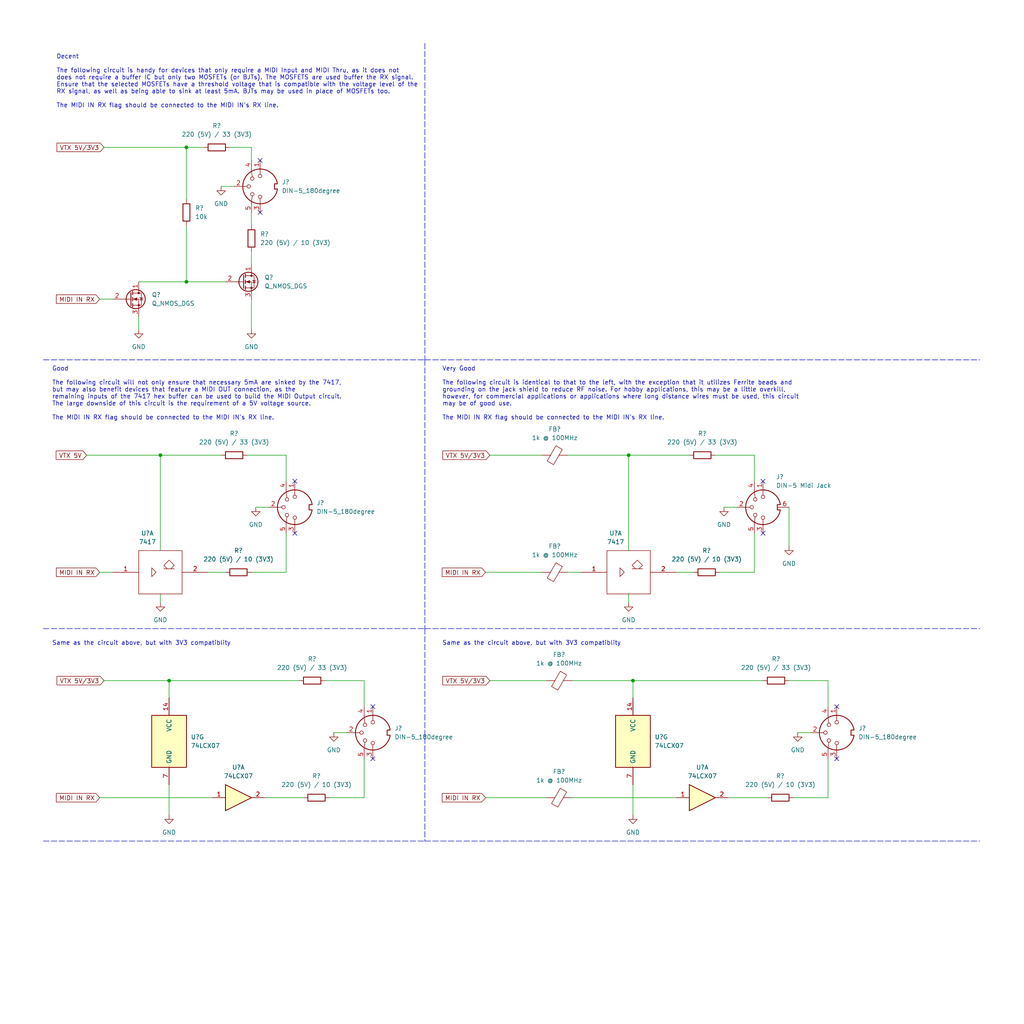
<source format=kicad_sch>
(kicad_sch (version 20211123) (generator eeschema)
  (paper "User" 299.999 299.999)
  (title_block (title "MIDI THRU Template Schematics") (date "2022-08-03") (rev "v1.0.0") (company "TU-DO Makerspace") (comment 3 "Author: Patrick Pedersen <ctx.xda@gmail.com>"))
  (lib_symbols
    (symbol "74xx:74LCX07" (pin_names (offset 1.016))
      (property "Reference" "U" (at 0 1.27 0))
      (property "Value" "74LCX07" (at 0 -1.27 0))
      (symbol "74LCX07_1_0"
        (polyline (pts (xy -3.81 3.81) (xy -3.81 -3.81) (xy 3.81 0) (xy -3.81 3.81)) (stroke (width 0.254)) (fill (type background)))
        (pin input line (at -7.62 0 0) (length 3.81) (name "~") (number "1"))
        (pin open_collector line (at 7.62 0 180) (length 3.81) (name "~") (number "2"))
      )
      (symbol "74LCX07_2_0"
        (polyline (pts (xy -3.81 3.81) (xy -3.81 -3.81) (xy 3.81 0) (xy -3.81 3.81)) (stroke (width 0.254)) (fill (type background)))
        (pin input line (at -7.62 0 0) (length 3.81) (name "~") (number "3"))
        (pin open_collector line (at 7.62 0 180) (length 3.81) (name "~") (number "4"))
      )
      (symbol "74LCX07_3_0"
        (polyline (pts (xy -3.81 3.81) (xy -3.81 -3.81) (xy 3.81 0) (xy -3.81 3.81)) (stroke (width 0.254)) (fill (type background)))
        (pin input line (at -7.62 0 0) (length 3.81) (name "~") (number "5"))
        (pin open_collector line (at 7.62 0 180) (length 3.81) (name "~") (number "6"))
      )
      (symbol "74LCX07_4_0"
        (polyline (pts (xy -3.81 3.81) (xy -3.81 -3.81) (xy 3.81 0) (xy -3.81 3.81)) (stroke (width 0.254)) (fill (type background)))
        (pin open_collector line (at 7.62 0 180) (length 3.81) (name "~") (number "8"))
        (pin input line (at -7.62 0 0) (length 3.81) (name "~") (number "9"))
      )
      (symbol "74LCX07_5_0"
        (polyline (pts (xy -3.81 3.81) (xy -3.81 -3.81) (xy 3.81 0) (xy -3.81 3.81)) (stroke (width 0.254)) (fill (type background)))
        (pin open_collector line (at 7.62 0 180) (length 3.81) (name "~") (number "10"))
        (pin input line (at -7.62 0 0) (length 3.81) (name "~") (number "11"))
      )
      (symbol "74LCX07_6_0"
        (polyline (pts (xy -3.81 3.81) (xy -3.81 -3.81) (xy 3.81 0) (xy -3.81 3.81)) (stroke (width 0.254)) (fill (type background)))
        (pin open_collector line (at 7.62 0 180) (length 3.81) (name "~") (number "12"))
        (pin input line (at -7.62 0 0) (length 3.81) (name "~") (number "13"))
      )
      (symbol "74LCX07_7_0"
        (pin power_in line (at 0 12.7 270) (length 5.08) (name "VCC") (number "14"))
        (pin power_in line (at 0 -12.7 90) (length 5.08) (name "GND") (number "7"))
      )
      (symbol "74LCX07_7_1"
        (rectangle (start -5.08 7.62) (end 5.08 -7.62) (stroke (width 0.254)) (fill (type background)))
      )
    )
    (symbol "74xx_IEEE:7417" (pin_names (offset 0.762))
      (property "Reference" "U" (at 3.81 8.89 0))
      (property "Value" "7417" (at 3.81 -7.62 0))
      (symbol "7417_0_1"
        (rectangle (start -6.35 6.35) (end 6.35 -6.35))
        (polyline (pts (xy -2.54 1.27) (xy -2.54 -1.27) (xy -1.27 0) (xy -2.54 1.27) (xy -2.54 1.27)))
        (polyline (pts (xy 3.048 1.016) (xy 4.064 2.032) (xy 2.54 3.556) (xy 1.016 2.032) (xy 2.032 1.016) (xy 1.016 1.016) (xy 4.064 1.016) (xy 4.064 1.016)))
        (pin power_in line (at 0 6.35 270) (length 0) hide (name "Vcc") (number "14"))
        (pin power_in line (at 0 -6.35 90) (length 0) hide (name "Gnd") (number "7"))
      )
      (symbol "7417_1_1"
        (pin input line (at -13.97 0 0) (length 7.62) (name "~") (number "1"))
        (pin open_collector line (at 13.97 0 180) (length 7.62) (name "~") (number "2"))
      )
      (symbol "7417_2_1"
        (pin input line (at -13.97 0 0) (length 7.62) (name "~") (number "3"))
        (pin open_collector line (at 13.97 0 180) (length 7.62) (name "~") (number "4"))
      )
      (symbol "7417_3_1"
        (pin input line (at -13.97 0 0) (length 7.62) (name "~") (number "5"))
        (pin open_collector line (at 13.97 0 180) (length 7.62) (name "~") (number "6"))
      )
      (symbol "7417_4_1"
        (pin open_collector line (at 13.97 0 180) (length 7.62) (name "~") (number "8"))
        (pin input line (at -13.97 0 0) (length 7.62) (name "~") (number "9"))
      )
      (symbol "7417_5_1"
        (pin open_collector line (at 13.97 0 180) (length 7.62) (name "~") (number "10"))
        (pin input line (at -13.97 0 0) (length 7.62) (name "~") (number "11"))
      )
      (symbol "7417_6_1"
        (pin open_collector line (at 13.97 0 180) (length 7.62) (name "~") (number "12"))
        (pin input line (at -13.97 0 0) (length 7.62) (name "~") (number "13"))
      )
    )
    (symbol "Connector:DIN-5_180degree" (pin_names (offset 1.016))
      (property "Reference" "J" (at 3.175 5.715 0))
      (property "Value" "DIN-5_180degree" (at 0 -6.35 0))
      (symbol "DIN-5_180degree_0_1"
        (arc (start -5.08 0) (mid -3.8609 -3.3364) (end -0.762 -5.08) (stroke (width 0.254)))
        (circle (center -3.048 0) (radius 0.508))
        (circle (center -2.286 2.286) (radius 0.508))
        (polyline (pts (xy -5.08 0) (xy -3.556 0)))
        (polyline (pts (xy 0 5.08) (xy 0 3.81)))
        (polyline (pts (xy 5.08 0) (xy 3.556 0)))
        (polyline (pts (xy -5.08 2.54) (xy -4.318 2.54) (xy -2.794 2.286)))
        (polyline (pts (xy 5.08 2.54) (xy 4.318 2.54) (xy 2.794 2.286)))
        (polyline (pts (xy -0.762 -4.953) (xy -0.762 -4.191) (xy 0.762 -4.191) (xy 0.762 -4.953)) (stroke (width 0.254)))
        (circle (center 0 3.302) (radius 0.508))
        (arc (start 0.762 -5.08) (mid 3.8685 -3.343) (end 5.08 0) (stroke (width 0.254)))
        (circle (center 2.286 2.286) (radius 0.508))
        (circle (center 3.048 0) (radius 0.508))
        (arc (start 5.08 0) (mid 0 5.08) (end -5.08 0) (stroke (width 0.254)))
      )
      (symbol "DIN-5_180degree_1_1"
        (pin passive line (at -7.62 0 0) (length 2.54) (name "~") (number "1"))
        (pin passive line (at 0 7.62 270) (length 2.54) (name "~") (number "2"))
        (pin passive line (at 7.62 0 180) (length 2.54) (name "~") (number "3"))
        (pin passive line (at -7.62 2.54 0) (length 2.54) (name "~") (number "4"))
        (pin passive line (at 7.62 2.54 180) (length 2.54) (name "~") (number "5"))
      )
    )
    (symbol "DIN-5_180degree_1" (pin_names (offset 1.016))
      (property "Reference" "J?" (at 6.35 -1.27 90))
      (property "Value" "DIN-5 Midi Jack" (at 6.35 1.27 90))
      (symbol "DIN-5_180degree_1_0_1"
        (arc (start -5.08 0) (mid -3.8609 -3.3364) (end -0.762 -5.08) (stroke (width 0.254)))
        (circle (center -3.048 0) (radius 0.508))
        (circle (center -2.286 2.286) (radius 0.508))
        (polyline (pts (xy -5.08 0) (xy -3.556 0)))
        (polyline (pts (xy 0 -5.08) (xy 0 -4.318)))
        (polyline (pts (xy 0 5.08) (xy 0 3.81)))
        (polyline (pts (xy 5.08 0) (xy 3.556 0)))
        (polyline (pts (xy -5.08 2.54) (xy -4.318 2.54) (xy -2.794 2.286)))
        (polyline (pts (xy 5.08 2.54) (xy 4.318 2.54) (xy 2.794 2.286)))
        (polyline (pts (xy -0.762 -4.953) (xy -0.762 -4.191) (xy 0.762 -4.191) (xy 0.762 -4.953)) (stroke (width 0.254)))
        (circle (center 0 3.302) (radius 0.508))
        (arc (start 0.762 -5.08) (mid 3.8685 -3.343) (end 5.08 0) (stroke (width 0.254)))
        (circle (center 2.286 2.286) (radius 0.508))
        (circle (center 3.048 0) (radius 0.508))
        (arc (start 5.08 0) (mid 0 5.08) (end -5.08 0) (stroke (width 0.254)))
      )
      (symbol "DIN-5_180degree_1_1_1"
        (pin passive line (at -7.62 0 0) (length 2.54) (name "~") (number "1"))
        (pin passive line (at 0 7.62 270) (length 2.54) (name "~") (number "2"))
        (pin passive line (at 7.62 0 180) (length 2.54) (name "~") (number "3"))
        (pin passive line (at -7.62 2.54 0) (length 2.54) (name "~") (number "4"))
        (pin passive line (at 7.62 2.54 180) (length 2.54) (name "~") (number "5"))
        (pin input line (at 0 -7.62 90) (length 2.54) (name "") (number "6"))
      )
    )
    (symbol "Device:FerriteBead" (pin_numbers hide) (pin_names (offset 0))
      (property "Reference" "FB" (at -3.81 0.635 90))
      (property "Value" "FerriteBead" (at 3.81 0 90))
      (symbol "FerriteBead_0_1"
        (polyline (pts (xy 0 -1.27) (xy 0 -1.2192)))
        (polyline (pts (xy 0 1.27) (xy 0 1.2954)))
        (polyline (pts (xy -2.7686 0.4064) (xy -1.7018 2.2606) (xy 2.7686 -0.3048) (xy 1.6764 -2.159) (xy -2.7686 0.4064)))
      )
      (symbol "FerriteBead_1_1"
        (pin passive line (at 0 3.81 270) (length 2.54) (name "~") (number "1"))
        (pin passive line (at 0 -3.81 90) (length 2.54) (name "~") (number "2"))
      )
    )
    (symbol "Device:Q_NMOS_DGS" (pin_names (offset 0) hide)
      (property "Reference" "Q" (at 5.08 1.27 0))
      (property "Value" "Q_NMOS_DGS" (at 5.08 -1.27 0))
      (symbol "Q_NMOS_DGS_0_1"
        (polyline (pts (xy 0.254 0) (xy -2.54 0)))
        (polyline (pts (xy 0.254 1.905) (xy 0.254 -1.905)) (stroke (width 0.254)))
        (polyline (pts (xy 0.762 -1.27) (xy 0.762 -2.286)) (stroke (width 0.254)))
        (polyline (pts (xy 0.762 0.508) (xy 0.762 -0.508)) (stroke (width 0.254)))
        (polyline (pts (xy 0.762 2.286) (xy 0.762 1.27)) (stroke (width 0.254)))
        (polyline (pts (xy 2.54 2.54) (xy 2.54 1.778)))
        (polyline (pts (xy 2.54 -2.54) (xy 2.54 0) (xy 0.762 0)))
        (polyline (pts (xy 0.762 -1.778) (xy 3.302 -1.778) (xy 3.302 1.778) (xy 0.762 1.778)))
        (polyline (pts (xy 1.016 0) (xy 2.032 0.381) (xy 2.032 -0.381) (xy 1.016 0)) (fill (type outline)))
        (polyline (pts (xy 2.794 0.508) (xy 2.921 0.381) (xy 3.683 0.381) (xy 3.81 0.254)))
        (polyline (pts (xy 3.302 0.381) (xy 2.921 -0.254) (xy 3.683 -0.254) (xy 3.302 0.381)))
        (circle (center 1.651 0) (radius 2.794) (stroke (width 0.254)))
        (circle (center 2.54 -1.778) (radius 0.254) (fill (type outline)))
        (circle (center 2.54 1.778) (radius 0.254) (fill (type outline)))
      )
      (symbol "Q_NMOS_DGS_1_1"
        (pin passive line (at 2.54 5.08 270) (length 2.54) (name "D") (number "1"))
        (pin input line (at -5.08 0 0) (length 2.54) (name "G") (number "2"))
        (pin passive line (at 2.54 -5.08 90) (length 2.54) (name "S") (number "3"))
      )
    )
    (symbol "Device:R" (pin_numbers hide) (pin_names (offset 0))
      (property "Reference" "R" (at 2.032 0 90))
      (property "Value" "R" (at 0 0 90))
      (symbol "R_0_1"
        (rectangle (start -1.016 -2.54) (end 1.016 2.54) (stroke (width 0.254)))
      )
      (symbol "R_1_1"
        (pin passive line (at 0 3.81 270) (length 1.27) (name "~") (number "1"))
        (pin passive line (at 0 -3.81 90) (length 1.27) (name "~") (number "2"))
      )
    )
    (symbol "power:GND" (power) (pin_names (offset 0))
      (property "Value" "GND" (at 0 -3.81 0))
      (symbol "GND_0_1"
        (polyline (pts (xy 0 0) (xy 0 -1.27) (xy 1.27 -1.27) (xy 0 -2.54) (xy -1.27 -1.27) (xy 0 -1.27)))
      )
      (symbol "GND_1_1"
        (pin power_in line (at 0 0 270) (length 0) hide (name "GND") (number "1"))
      )
    )
  )
  (junction (at 46.99 133.35))
  (junction (at 184.15 133.35))
  (junction (at 54.61 43.18))
  (junction (at 49.53 199.39))
  (junction (at 54.61 82.55))
  (junction (at 185.42 199.39))
  (no_connect (at 76.2 46.99))
  (no_connect (at 76.2 62.23))
  (no_connect (at 223.52 156.21))
  (no_connect (at 86.36 140.97))
  (no_connect (at 109.22 207.01))
  (no_connect (at 245.11 222.25))
  (no_connect (at 109.22 222.25))
  (no_connect (at 245.11 207.01))
  (no_connect (at 223.52 140.97))
  (no_connect (at 86.36 156.21))
  (wire (pts (xy 74.93 148.59) (xy 78.74 148.59)))
  (wire (pts (xy 106.68 233.68) (xy 106.68 222.25)))
  (wire (pts (xy 40.64 82.55) (xy 54.61 82.55)))
  (wire (pts (xy 185.42 199.39) (xy 185.42 204.47)))
  (polyline (pts (xy 124.46 105.41) (xy 287.02 105.41)))
  (wire (pts (xy 209.55 133.35) (xy 220.98 133.35)))
  (wire (pts (xy 73.66 87.63) (xy 73.66 96.52)))
  (wire (pts (xy 166.37 167.64) (xy 170.18 167.64)))
  (wire (pts (xy 143.51 199.39) (xy 160.02 199.39)))
  (wire (pts (xy 167.64 199.39) (xy 185.42 199.39)))
  (wire (pts (xy 54.61 43.18) (xy 59.69 43.18)))
  (wire (pts (xy 185.42 229.87) (xy 185.42 238.76)))
  (wire (pts (xy 73.66 62.23) (xy 73.66 66.04)))
  (wire (pts (xy 198.12 167.64) (xy 203.2 167.64)))
  (wire (pts (xy 83.82 133.35) (xy 83.82 140.97)))
  (wire (pts (xy 30.48 43.18) (xy 54.61 43.18)))
  (wire (pts (xy 220.98 167.64) (xy 220.98 156.21)))
  (wire (pts (xy 83.82 167.64) (xy 83.82 156.21)))
  (wire (pts (xy 49.53 199.39) (xy 87.63 199.39)))
  (wire (pts (xy 232.41 233.68) (xy 242.57 233.68)))
  (wire (pts (xy 64.77 54.61) (xy 68.58 54.61)))
  (wire (pts (xy 233.68 214.63) (xy 237.49 214.63)))
  (polyline (pts (xy 12.7 246.38) (xy 124.46 246.38)))
  (wire (pts (xy 67.31 43.18) (xy 73.66 43.18)))
  (wire (pts (xy 46.99 173.99) (xy 46.99 176.53)))
  (wire (pts (xy 77.47 233.68) (xy 88.9 233.68)))
  (polyline (pts (xy 124.46 184.15) (xy 287.02 184.15)))
  (wire (pts (xy 73.66 167.64) (xy 83.82 167.64)))
  (wire (pts (xy 29.21 167.64) (xy 33.02 167.64)))
  (wire (pts (xy 46.99 133.35) (xy 64.77 133.35)))
  (polyline (pts (xy 124.46 105.41) (xy 124.46 184.15)))
  (wire (pts (xy 60.96 167.64) (xy 66.04 167.64)))
  (wire (pts (xy 184.15 173.99) (xy 184.15 176.53)))
  (wire (pts (xy 49.53 229.87) (xy 49.53 238.76)))
  (polyline (pts (xy 124.46 246.38) (xy 287.02 246.38)))
  (wire (pts (xy 97.79 214.63) (xy 101.6 214.63)))
  (wire (pts (xy 106.68 199.39) (xy 106.68 207.01)))
  (wire (pts (xy 242.57 199.39) (xy 242.57 207.01)))
  (wire (pts (xy 96.52 233.68) (xy 106.68 233.68)))
  (wire (pts (xy 40.64 92.71) (xy 40.64 96.52)))
  (wire (pts (xy 167.64 233.68) (xy 198.12 233.68)))
  (wire (pts (xy 72.39 133.35) (xy 83.82 133.35)))
  (wire (pts (xy 143.51 133.35) (xy 158.75 133.35)))
  (wire (pts (xy 49.53 199.39) (xy 49.53 204.47)))
  (wire (pts (xy 210.82 167.64) (xy 220.98 167.64)))
  (wire (pts (xy 142.24 233.68) (xy 160.02 233.68)))
  (polyline (pts (xy 12.7 105.41) (xy 124.46 105.41)))
  (wire (pts (xy 29.21 233.68) (xy 62.23 233.68)))
  (polyline (pts (xy 124.46 12.7) (xy 124.46 105.41)))
  (wire (pts (xy 166.37 133.35) (xy 184.15 133.35)))
  (wire (pts (xy 46.99 133.35) (xy 46.99 161.29)))
  (wire (pts (xy 73.66 73.66) (xy 73.66 77.47)))
  (wire (pts (xy 184.15 133.35) (xy 184.15 161.29)))
  (wire (pts (xy 54.61 82.55) (xy 66.04 82.55)))
  (polyline (pts (xy 124.46 184.15) (xy 124.46 246.38)))
  (wire (pts (xy 185.42 199.39) (xy 223.52 199.39)))
  (wire (pts (xy 95.25 199.39) (xy 106.68 199.39)))
  (wire (pts (xy 212.09 148.59) (xy 215.9 148.59)))
  (wire (pts (xy 231.14 148.59) (xy 231.14 160.02)))
  (wire (pts (xy 54.61 43.18) (xy 54.61 58.42)))
  (wire (pts (xy 142.24 167.64) (xy 158.75 167.64)))
  (wire (pts (xy 242.57 233.68) (xy 242.57 222.25)))
  (wire (pts (xy 54.61 66.04) (xy 54.61 82.55)))
  (wire (pts (xy 231.14 199.39) (xy 242.57 199.39)))
  (wire (pts (xy 213.36 233.68) (xy 224.79 233.68)))
  (wire (pts (xy 29.21 87.63) (xy 33.02 87.63)))
  (wire (pts (xy 73.66 43.18) (xy 73.66 46.99)))
  (wire (pts (xy 25.4 133.35) (xy 46.99 133.35)))
  (wire (pts (xy 184.15 133.35) (xy 201.93 133.35)))
  (wire (pts (xy 30.48 199.39) (xy 49.53 199.39)))
  (wire (pts (xy 220.98 133.35) (xy 220.98 140.97)))
  (polyline (pts (xy 12.7 184.15) (xy 124.46 184.15)))
  (text "Same as the circuit above, but with 3V3 compatiblity" (at 129.54 189.23 0) (effects (font (size 1.27 1.27)) (justify left bottom)))
  (text "Good\n\nThe following circuit will not only ensure that necessary 5mA are sinked by the 7417,\nbut may also benefit devices that feature a MIDI OUT connection, as the\nremaining inputs of the 7417 hex buffer can be used to build the MIDI Output circuit. \nThe large downside of this circuit is the requirement of a 5V voltage source.\n\nThe MIDI IN RX flag should be connected to the MIDI IN's RX line.\n" (at 15.24 123.19 0) (effects (font (size 1.27 1.27)) (justify left bottom)))
  (text "Very Good\n\nThe following circuit is identical to that to the left, with the exception that it utilizes Ferrite beads and \ngrounding on the jack shield to reduce RF noise. For hobby applications, this may be a little overkill,\nhowever, for commercial applications or applications where long distance wires must be used, this circuit\nmay be of good use.\n\nThe MIDI IN RX flag should be connected to the MIDI IN's RX line." (at 129.54 123.19 0) (effects (font (size 1.27 1.27)) (justify left bottom)))
  (text "Same as the circuit above, but with 3V3 compatiblity" (at 15.24 189.23 0) (effects (font (size 1.27 1.27)) (justify left bottom)))
  (text "Decent\n\nThe following circuit is handy for devices that only require a MIDI Input and MIDI Thru, as it does not\ndoes not require a buffer IC but only two MOSFETs (or BJTs). The MOSFETS are used buffer the RX signal.\nEnsure that the selected MOSFETs have a threshold voltage that is compatible with the voltage level of the\nRX signal, as well as being able to sink at least 5mA. BJTs may be used in place of MOSFETs too.\n\nThe MIDI IN RX flag should be connected to the MIDI IN's RX line." (at 16.51 31.75 0) (effects (font (size 1.27 1.27)) (justify left bottom)))
  (global_label "MIDI IN RX" (shape input) (at 29.21 233.68 180) (property "Intersheet References" "${INTERSHEET_REFS}" (effects hide)))
  (global_label "MIDI IN RX" (shape input) (at 142.24 167.64 180) (property "Intersheet References" "${INTERSHEET_REFS}" (effects hide)))
  (global_label "MIDI IN RX" (shape input) (at 142.24 233.68 180) (property "Intersheet References" "${INTERSHEET_REFS}" (effects hide)))
  (global_label "VTX 5V{slash}3V3" (shape input) (at 143.51 133.35 180) (property "Intersheet References" "${INTERSHEET_REFS}" (effects hide)))
  (global_label "VTX 5V{slash}3V3" (shape input) (at 30.48 199.39 180) (property "Intersheet References" "${INTERSHEET_REFS}" (effects hide)))
  (global_label "MIDI IN RX" (shape input) (at 29.21 167.64 180) (property "Intersheet References" "${INTERSHEET_REFS}" (effects hide)))
  (global_label "VTX 5V" (shape input) (at 25.4 133.35 180) (property "Intersheet References" "${INTERSHEET_REFS}" (effects hide)))
  (global_label "MIDI IN RX" (shape input) (at 29.21 87.63 180) (property "Intersheet References" "${INTERSHEET_REFS}" (effects hide)))
  (global_label "VTX 5V{slash}3V3" (shape input) (at 30.48 43.18 180) (property "Intersheet References" "${INTERSHEET_REFS}" (effects hide)))
  (global_label "VTX 5V{slash}3V3" (shape input) (at 143.51 199.39 180) (property "Intersheet References" "${INTERSHEET_REFS}" (effects hide)))
  (symbol (lib_id "Device:R") (at 207.01 167.64 90) (unit 1)
    (property "Reference" "R?" (at 207.01 161.29 90))
    (property "Value" "220 (5V) / 10 (3V3)" (at 207.01 163.83 90))
  )
  (symbol (lib_id "power:GND") (at 97.79 214.63 0) (unit 1)
    (property "Reference" "#PWR?" (effects hide))
    (property "Value" "GND" (at 97.79 219.71 0))
  )
  (symbol (lib_id "power:GND") (at 40.64 96.52 0) (unit 1)
    (property "Reference" "#PWR?" (effects hide))
    (property "Value" "GND" (at 40.64 101.6 0))
  )
  (symbol (lib_id "74xx:74LCX07") (at 69.85 233.68 0) (unit 1)
    (property "Reference" "U?" (at 69.85 224.79 0))
    (property "Value" "74LCX07" (at 69.85 227.33 0))
    (property "Datasheet" "www.st.com/resource/en/datasheet/74lcx07.pdf" (effects hide))
  )
  (symbol (lib_id "74xx_IEEE:7417") (at 46.99 167.64 0) (unit 1)
    (property "Reference" "U?" (at 43.18 156.21 0))
    (property "Value" "7417" (at 43.18 158.75 0))
  )
  (symbol (lib_id "power:GND") (at 49.53 238.76 0) (unit 1)
    (property "Reference" "#PWR?" (effects hide))
    (property "Value" "GND" (at 49.53 243.84 0))
  )
  (symbol (lib_id "power:GND") (at 184.15 176.53 0) (unit 1)
    (property "Reference" "#PWR?" (effects hide))
    (property "Value" "GND" (at 184.15 181.61 0))
  )
  (symbol (lib_id "power:GND") (at 231.14 160.02 0) (unit 1)
    (property "Reference" "#PWR?" (effects hide))
    (property "Value" "GND" (at 231.14 165.1 0))
  )
  (symbol (lib_id "Device:R") (at 228.6 233.68 90) (unit 1)
    (property "Reference" "R?" (at 228.6 227.33 90))
    (property "Value" "220 (5V) / 10 (3V3)" (at 228.6 229.87 90))
  )
  (symbol (lib_id "74xx:74LCX07") (at 49.53 217.17 0) (unit 7)
    (property "Reference" "U?" (at 55.88 215.8999 0) (effects (justify left)))
    (property "Value" "74LCX07" (at 55.88 218.4399 0) (effects (justify left)))
    (property "Datasheet" "www.st.com/resource/en/datasheet/74lcx07.pdf" (effects hide))
  )
  (symbol (lib_id "power:GND") (at 233.68 214.63 0) (unit 1)
    (property "Reference" "#PWR?" (effects hide))
    (property "Value" "GND" (at 233.68 219.71 0))
  )
  (symbol (lib_id "74xx:74LCX07") (at 205.74 233.68 0) (unit 1)
    (property "Reference" "U?" (at 205.74 224.79 0))
    (property "Value" "74LCX07" (at 205.74 227.33 0))
    (property "Datasheet" "www.st.com/resource/en/datasheet/74lcx07.pdf" (effects hide))
  )
  (symbol (lib_id "Device:FerriteBead") (at 162.56 167.64 90) (unit 1)
    (property "Reference" "FB?" (at 162.5092 160.02 90))
    (property "Value" "1k @ 100MHz" (at 162.5092 162.56 90))
  )
  (symbol (lib_id "power:GND") (at 64.77 54.61 0) (unit 1)
    (property "Reference" "#PWR?" (effects hide))
    (property "Value" "GND" (at 64.77 59.69 0))
  )
  (symbol (lib_id "Device:Q_NMOS_DGS") (at 38.1 87.63 0) (unit 1)
    (property "Reference" "Q?" (at 44.45 86.3599 0) (effects (justify left)))
    (property "Value" "Q_NMOS_DGS" (at 44.45 88.8999 0) (effects (justify left)))
  )
  (symbol (lib_id "Device:R") (at 91.44 199.39 90) (unit 1)
    (property "Reference" "R?" (at 91.44 193.04 90))
    (property "Value" "220 (5V) / 33 (3V3)" (at 91.44 195.58 90))
  )
  (symbol (lib_id "Device:R") (at 73.66 69.85 0) (unit 1)
    (property "Reference" "R?" (at 76.2 68.5799 0) (effects (justify left)))
    (property "Value" "220 (5V) / 10 (3V3)" (at 76.2 71.1199 0) (effects (justify left)))
  )
  (symbol (lib_id "Connector:DIN-5_180degree") (at 245.11 214.63 90) (mirror x) (unit 1)
    (property "Reference" "J?" (at 251.46 213.36 90) (effects (justify right)))
    (property "Value" "DIN-5_180degree" (at 251.46 215.9 90) (effects (justify right)))
    (property "Datasheet" "http://www.mouser.com/ds/2/18/40_c091_abd_e-75918.pdf" (effects hide))
  )
  (symbol (lib_id "Device:Q_NMOS_DGS") (at 71.12 82.55 0) (unit 1)
    (property "Reference" "Q?" (at 77.47 81.2799 0) (effects (justify left)))
    (property "Value" "Q_NMOS_DGS" (at 77.47 83.8199 0) (effects (justify left)))
  )
  (symbol (lib_id "Device:R") (at 68.58 133.35 90) (unit 1)
    (property "Reference" "R?" (at 68.58 127 90))
    (property "Value" "220 (5V) / 33 (3V3)" (at 68.58 129.54 90))
  )
  (symbol (lib_id "Device:R") (at 54.61 62.23 180) (unit 1)
    (property "Reference" "R?" (at 57.15 60.9599 0) (effects (justify right)))
    (property "Value" "10k" (at 57.15 63.4999 0) (effects (justify right)))
  )
  (symbol (lib_id "Device:FerriteBead") (at 163.83 199.39 90) (unit 1)
    (property "Reference" "FB?" (at 163.7792 191.77 90))
    (property "Value" "1k @ 100MHz" (at 163.7792 194.31 90))
  )
  (symbol (lib_id "power:GND") (at 46.99 176.53 0) (unit 1)
    (property "Reference" "#PWR?" (effects hide))
    (property "Value" "GND" (at 46.99 181.61 0))
  )
  (symbol (lib_id "power:GND") (at 73.66 96.52 0) (unit 1)
    (property "Reference" "#PWR?" (effects hide))
    (property "Value" "GND" (at 73.66 101.6 0))
  )
  (symbol (lib_id "74xx_IEEE:7417") (at 184.15 167.64 0) (unit 1)
    (property "Reference" "U?" (at 180.34 156.21 0))
    (property "Value" "7417" (at 180.34 158.75 0))
  )
  (symbol (lib_id "Connector:DIN-5_180degree") (at 86.36 148.59 90) (mirror x) (unit 1)
    (property "Reference" "J?" (at 92.71 147.32 90) (effects (justify right)))
    (property "Value" "DIN-5_180degree" (at 92.71 149.86 90) (effects (justify right)))
    (property "Datasheet" "http://www.mouser.com/ds/2/18/40_c091_abd_e-75918.pdf" (effects hide))
  )
  (symbol (lib_id "Device:FerriteBead") (at 163.83 233.68 90) (unit 1)
    (property "Reference" "FB?" (at 163.7792 226.06 90))
    (property "Value" "1k @ 100MHz" (at 163.7792 228.6 90))
  )
  (symbol (lib_id "Connector:DIN-5_180degree") (at 109.22 214.63 90) (mirror x) (unit 1)
    (property "Reference" "J?" (at 115.57 213.36 90) (effects (justify right)))
    (property "Value" "DIN-5_180degree" (at 115.57 215.9 90) (effects (justify right)))
    (property "Datasheet" "http://www.mouser.com/ds/2/18/40_c091_abd_e-75918.pdf" (effects hide))
  )
  (symbol (lib_id "Device:R") (at 205.74 133.35 90) (unit 1)
    (property "Reference" "R?" (at 205.74 127 90))
    (property "Value" "220 (5V) / 33 (3V3)" (at 205.74 129.54 90))
  )
  (symbol (lib_name "DIN-5_180degree_1") (lib_id "Connector:DIN-5_180degree") (at 223.52 148.59 90) (mirror x) (unit 1)
    (property "Reference" "J?" (at 227.33 139.7 90) (effects (justify right)))
    (property "Value" "DIN-5 Midi Jack" (at 227.33 142.24 90) (effects (justify right)))
    (property "Datasheet" "http://www.mouser.com/ds/2/18/40_c091_abd_e-75918.pdf" (effects hide))
  )
  (symbol (lib_id "Device:FerriteBead") (at 162.56 133.35 90) (unit 1)
    (property "Reference" "FB?" (at 162.5092 125.73 90))
    (property "Value" "1k @ 100MHz" (at 162.5092 128.27 90))
  )
  (symbol (lib_id "power:GND") (at 212.09 148.59 0) (unit 1)
    (property "Reference" "#PWR?" (effects hide))
    (property "Value" "GND" (at 212.09 153.67 0))
  )
  (symbol (lib_id "Device:R") (at 227.33 199.39 90) (unit 1)
    (property "Reference" "R?" (at 227.33 193.04 90))
    (property "Value" "220 (5V) / 33 (3V3)" (at 227.33 195.58 90))
  )
  (symbol (lib_id "Device:R") (at 69.85 167.64 90) (unit 1)
    (property "Reference" "R?" (at 69.85 161.29 90))
    (property "Value" "220 (5V) / 10 (3V3)" (at 69.85 163.83 90))
  )
  (symbol (lib_id "74xx:74LCX07") (at 185.42 217.17 0) (unit 7)
    (property "Reference" "U?" (at 191.77 215.8999 0) (effects (justify left)))
    (property "Value" "74LCX07" (at 191.77 218.4399 0) (effects (justify left)))
    (property "Datasheet" "www.st.com/resource/en/datasheet/74lcx07.pdf" (effects hide))
  )
  (symbol (lib_id "power:GND") (at 185.42 238.76 0) (unit 1)
    (property "Reference" "#PWR?" (effects hide))
    (property "Value" "GND" (at 185.42 243.84 0))
  )
  (symbol (lib_id "Device:R") (at 92.71 233.68 90) (unit 1)
    (property "Reference" "R?" (at 92.71 227.33 90))
    (property "Value" "220 (5V) / 10 (3V3)" (at 92.71 229.87 90))
  )
  (symbol (lib_id "Connector:DIN-5_180degree") (at 76.2 54.61 90) (mirror x) (unit 1)
    (property "Reference" "J?" (at 82.55 53.34 90) (effects (justify right)))
    (property "Value" "DIN-5_180degree" (at 82.55 55.88 90) (effects (justify right)))
    (property "Datasheet" "http://www.mouser.com/ds/2/18/40_c091_abd_e-75918.pdf" (effects hide))
  )
  (symbol (lib_id "power:GND") (at 74.93 148.59 0) (unit 1)
    (property "Reference" "#PWR?" (effects hide))
    (property "Value" "GND" (at 74.93 153.67 0))
  )
  (symbol (lib_id "Device:R") (at 63.5 43.18 90) (unit 1)
    (property "Reference" "R?" (at 63.5 36.83 90))
    (property "Value" "220 (5V) / 33 (3V3)" (at 63.5 39.37 90))
  )
)
</source>
